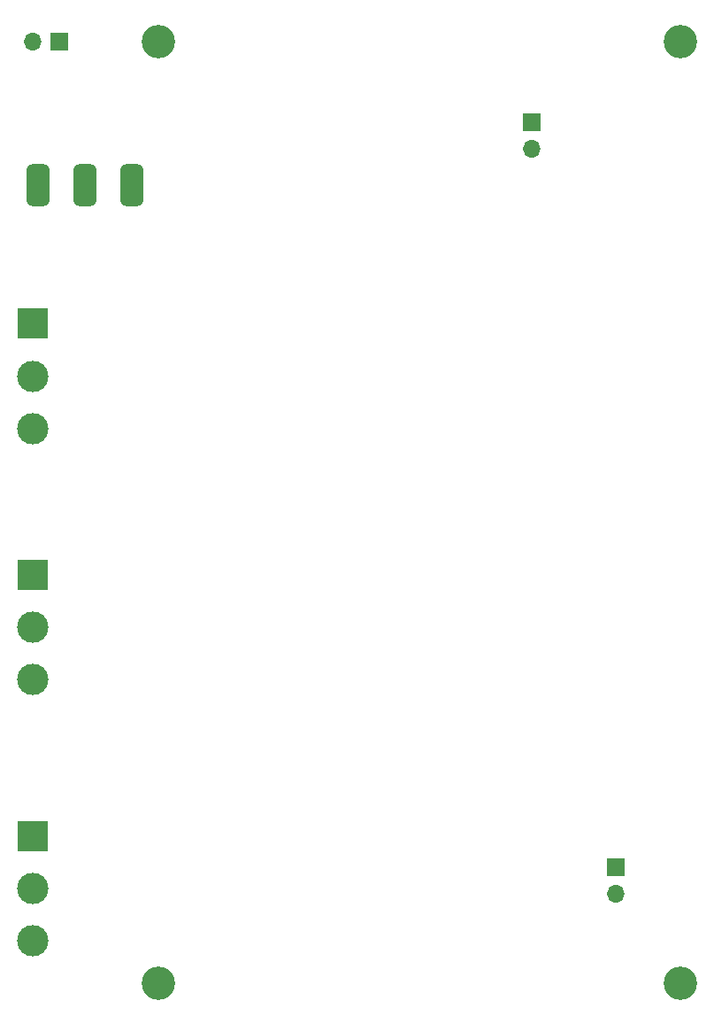
<source format=gbr>
%TF.GenerationSoftware,KiCad,Pcbnew,8.0.8*%
%TF.CreationDate,2025-03-23T00:17:45+01:00*%
%TF.ProjectId,am_receiver_v2,616d5f72-6563-4656-9976-65725f76322e,rev?*%
%TF.SameCoordinates,Original*%
%TF.FileFunction,Soldermask,Bot*%
%TF.FilePolarity,Negative*%
%FSLAX46Y46*%
G04 Gerber Fmt 4.6, Leading zero omitted, Abs format (unit mm)*
G04 Created by KiCad (PCBNEW 8.0.8) date 2025-03-23 00:17:45*
%MOMM*%
%LPD*%
G01*
G04 APERTURE LIST*
G04 Aperture macros list*
%AMRoundRect*
0 Rectangle with rounded corners*
0 $1 Rounding radius*
0 $2 $3 $4 $5 $6 $7 $8 $9 X,Y pos of 4 corners*
0 Add a 4 corners polygon primitive as box body*
4,1,4,$2,$3,$4,$5,$6,$7,$8,$9,$2,$3,0*
0 Add four circle primitives for the rounded corners*
1,1,$1+$1,$2,$3*
1,1,$1+$1,$4,$5*
1,1,$1+$1,$6,$7*
1,1,$1+$1,$8,$9*
0 Add four rect primitives between the rounded corners*
20,1,$1+$1,$2,$3,$4,$5,0*
20,1,$1+$1,$4,$5,$6,$7,0*
20,1,$1+$1,$6,$7,$8,$9,0*
20,1,$1+$1,$8,$9,$2,$3,0*%
G04 Aperture macros list end*
%ADD10RoundRect,0.500000X-0.600000X-1.500000X0.600000X-1.500000X0.600000X1.500000X-0.600000X1.500000X0*%
%ADD11C,3.200000*%
%ADD12R,1.700000X1.700000*%
%ADD13O,1.700000X1.700000*%
%ADD14R,3.000000X3.000000*%
%ADD15C,3.000000*%
G04 APERTURE END LIST*
D10*
%TO.C,SW1*%
X13500000Y-18750000D03*
X18000000Y-18750000D03*
X22500000Y-18750000D03*
%TD*%
D11*
%TO.C,H4*%
X25000000Y-95000000D03*
%TD*%
%TO.C,H3*%
X25000000Y-5000000D03*
%TD*%
%TO.C,H2*%
X75000000Y-95000000D03*
%TD*%
%TO.C,H1*%
X75000000Y-5000000D03*
%TD*%
D12*
%TO.C,J1*%
X68775000Y-83960000D03*
D13*
X68775000Y-86500000D03*
%TD*%
D12*
%TO.C,J2*%
X60750000Y-12750000D03*
D13*
X60750000Y-15290000D03*
%TD*%
D12*
%TO.C,J6*%
X15540000Y-5000000D03*
D13*
X13000000Y-5000000D03*
%TD*%
D14*
%TO.C,RV2*%
X13000000Y-56000000D03*
D15*
X13000000Y-61000000D03*
X13000000Y-66000000D03*
%TD*%
%TO.C,RV1*%
X13000000Y-91000000D03*
X13000000Y-86000000D03*
D14*
X13000000Y-81000000D03*
%TD*%
%TO.C,RV3*%
X13000000Y-32000000D03*
D15*
X13000000Y-37000000D03*
X13000000Y-42000000D03*
%TD*%
M02*

</source>
